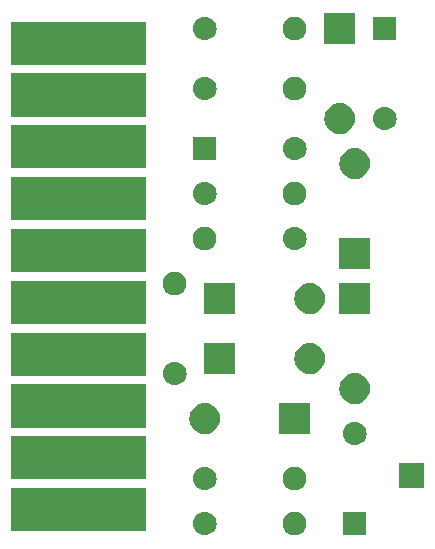
<source format=gbr>
G04 #@! TF.GenerationSoftware,KiCad,Pcbnew,(5.0.1)-3*
G04 #@! TF.CreationDate,2018-11-23T20:39:56-05:00*
G04 #@! TF.ProjectId,OdysseyDaughterCardGateMatrix,4F647973736579446175676874657243,1.0*
G04 #@! TF.SameCoordinates,Original*
G04 #@! TF.FileFunction,Soldermask,Bot*
G04 #@! TF.FilePolarity,Negative*
%FSLAX46Y46*%
G04 Gerber Fmt 4.6, Leading zero omitted, Abs format (unit mm)*
G04 Created by KiCad (PCBNEW (5.0.1)-3) date 11/23/2018 8:39:56 PM*
%MOMM*%
%LPD*%
G01*
G04 APERTURE LIST*
%ADD10C,0.100000*%
G04 APERTURE END LIST*
D10*
G36*
X139896030Y-120934469D02*
X139896033Y-120934470D01*
X139896034Y-120934470D01*
X140084535Y-120991651D01*
X140084537Y-120991652D01*
X140258260Y-121084509D01*
X140410528Y-121209472D01*
X140535491Y-121361740D01*
X140628348Y-121535463D01*
X140685531Y-121723970D01*
X140704838Y-121920000D01*
X140685531Y-122116030D01*
X140628348Y-122304537D01*
X140535491Y-122478260D01*
X140410528Y-122630528D01*
X140258260Y-122755491D01*
X140258258Y-122755492D01*
X140084535Y-122848349D01*
X139896034Y-122905530D01*
X139896033Y-122905530D01*
X139896030Y-122905531D01*
X139749124Y-122920000D01*
X139650876Y-122920000D01*
X139503970Y-122905531D01*
X139503967Y-122905530D01*
X139503966Y-122905530D01*
X139315465Y-122848349D01*
X139141742Y-122755492D01*
X139141740Y-122755491D01*
X138989472Y-122630528D01*
X138864509Y-122478260D01*
X138771652Y-122304537D01*
X138714469Y-122116030D01*
X138695162Y-121920000D01*
X138714469Y-121723970D01*
X138771652Y-121535463D01*
X138864509Y-121361740D01*
X138989472Y-121209472D01*
X139141740Y-121084509D01*
X139315463Y-120991652D01*
X139315465Y-120991651D01*
X139503966Y-120934470D01*
X139503967Y-120934470D01*
X139503970Y-120934469D01*
X139650876Y-120920000D01*
X139749124Y-120920000D01*
X139896030Y-120934469D01*
X139896030Y-120934469D01*
G37*
G36*
X147495770Y-120935372D02*
X147611689Y-120958429D01*
X147793678Y-121033811D01*
X147957463Y-121143249D01*
X148096751Y-121282537D01*
X148206189Y-121446322D01*
X148281571Y-121628311D01*
X148320000Y-121821509D01*
X148320000Y-122018491D01*
X148281571Y-122211689D01*
X148206189Y-122393678D01*
X148096751Y-122557463D01*
X147957463Y-122696751D01*
X147793678Y-122806189D01*
X147611689Y-122881571D01*
X147495770Y-122904628D01*
X147418493Y-122920000D01*
X147221507Y-122920000D01*
X147144230Y-122904628D01*
X147028311Y-122881571D01*
X146846322Y-122806189D01*
X146682537Y-122696751D01*
X146543249Y-122557463D01*
X146433811Y-122393678D01*
X146358429Y-122211689D01*
X146320000Y-122018491D01*
X146320000Y-121821509D01*
X146358429Y-121628311D01*
X146433811Y-121446322D01*
X146543249Y-121282537D01*
X146682537Y-121143249D01*
X146846322Y-121033811D01*
X147028311Y-120958429D01*
X147144230Y-120935372D01*
X147221507Y-120920000D01*
X147418493Y-120920000D01*
X147495770Y-120935372D01*
X147495770Y-120935372D01*
G37*
G36*
X153400000Y-122920000D02*
X151400000Y-122920000D01*
X151400000Y-120920000D01*
X153400000Y-120920000D01*
X153400000Y-122920000D01*
X153400000Y-122920000D01*
G37*
G36*
X134700000Y-122574992D02*
X123300000Y-122574992D01*
X123300000Y-118924992D01*
X134700000Y-118924992D01*
X134700000Y-122574992D01*
X134700000Y-122574992D01*
G37*
G36*
X147495770Y-117125372D02*
X147611689Y-117148429D01*
X147793678Y-117223811D01*
X147957463Y-117333249D01*
X148096751Y-117472537D01*
X148206189Y-117636322D01*
X148281571Y-117818311D01*
X148320000Y-118011509D01*
X148320000Y-118208491D01*
X148281571Y-118401689D01*
X148206189Y-118583678D01*
X148096751Y-118747463D01*
X147957463Y-118886751D01*
X147793678Y-118996189D01*
X147611689Y-119071571D01*
X147495770Y-119094628D01*
X147418493Y-119110000D01*
X147221507Y-119110000D01*
X147144230Y-119094628D01*
X147028311Y-119071571D01*
X146846322Y-118996189D01*
X146682537Y-118886751D01*
X146543249Y-118747463D01*
X146433811Y-118583678D01*
X146358429Y-118401689D01*
X146320000Y-118208491D01*
X146320000Y-118011509D01*
X146358429Y-117818311D01*
X146433811Y-117636322D01*
X146543249Y-117472537D01*
X146682537Y-117333249D01*
X146846322Y-117223811D01*
X147028311Y-117148429D01*
X147144230Y-117125372D01*
X147221507Y-117110000D01*
X147418493Y-117110000D01*
X147495770Y-117125372D01*
X147495770Y-117125372D01*
G37*
G36*
X139896030Y-117124469D02*
X139896033Y-117124470D01*
X139896034Y-117124470D01*
X140084535Y-117181651D01*
X140084537Y-117181652D01*
X140258260Y-117274509D01*
X140410528Y-117399472D01*
X140535491Y-117551740D01*
X140628348Y-117725463D01*
X140685531Y-117913970D01*
X140704838Y-118110000D01*
X140685531Y-118306030D01*
X140628348Y-118494537D01*
X140535491Y-118668260D01*
X140410528Y-118820528D01*
X140258260Y-118945491D01*
X140258258Y-118945492D01*
X140084535Y-119038349D01*
X139896034Y-119095530D01*
X139896033Y-119095530D01*
X139896030Y-119095531D01*
X139749124Y-119110000D01*
X139650876Y-119110000D01*
X139503970Y-119095531D01*
X139503967Y-119095530D01*
X139503966Y-119095530D01*
X139315465Y-119038349D01*
X139141742Y-118945492D01*
X139141740Y-118945491D01*
X138989472Y-118820528D01*
X138864509Y-118668260D01*
X138771652Y-118494537D01*
X138714469Y-118306030D01*
X138695162Y-118110000D01*
X138714469Y-117913970D01*
X138771652Y-117725463D01*
X138864509Y-117551740D01*
X138989472Y-117399472D01*
X139141740Y-117274509D01*
X139315463Y-117181652D01*
X139315465Y-117181651D01*
X139503966Y-117124470D01*
X139503967Y-117124470D01*
X139503970Y-117124469D01*
X139650876Y-117110000D01*
X139749124Y-117110000D01*
X139896030Y-117124469D01*
X139896030Y-117124469D01*
G37*
G36*
X158276000Y-118906000D02*
X156176000Y-118906000D01*
X156176000Y-116806000D01*
X158276000Y-116806000D01*
X158276000Y-118906000D01*
X158276000Y-118906000D01*
G37*
G36*
X134700000Y-118186104D02*
X123300000Y-118186104D01*
X123300000Y-114536104D01*
X134700000Y-114536104D01*
X134700000Y-118186104D01*
X134700000Y-118186104D01*
G37*
G36*
X152596030Y-113314469D02*
X152596033Y-113314470D01*
X152596034Y-113314470D01*
X152784535Y-113371651D01*
X152784537Y-113371652D01*
X152958260Y-113464509D01*
X153110528Y-113589472D01*
X153235491Y-113741740D01*
X153328348Y-113915463D01*
X153385531Y-114103970D01*
X153404838Y-114300000D01*
X153385531Y-114496030D01*
X153328348Y-114684537D01*
X153235491Y-114858260D01*
X153110528Y-115010528D01*
X152958260Y-115135491D01*
X152958258Y-115135492D01*
X152784535Y-115228349D01*
X152596034Y-115285530D01*
X152596033Y-115285530D01*
X152596030Y-115285531D01*
X152449124Y-115300000D01*
X152350876Y-115300000D01*
X152203970Y-115285531D01*
X152203967Y-115285530D01*
X152203966Y-115285530D01*
X152015465Y-115228349D01*
X151841742Y-115135492D01*
X151841740Y-115135491D01*
X151689472Y-115010528D01*
X151564509Y-114858260D01*
X151471652Y-114684537D01*
X151414469Y-114496030D01*
X151395162Y-114300000D01*
X151414469Y-114103970D01*
X151471652Y-113915463D01*
X151564509Y-113741740D01*
X151689472Y-113589472D01*
X151841740Y-113464509D01*
X152015463Y-113371652D01*
X152015465Y-113371651D01*
X152203966Y-113314470D01*
X152203967Y-113314470D01*
X152203970Y-113314469D01*
X152350876Y-113300000D01*
X152449124Y-113300000D01*
X152596030Y-113314469D01*
X152596030Y-113314469D01*
G37*
G36*
X148620000Y-114330000D02*
X146020000Y-114330000D01*
X146020000Y-111730000D01*
X148620000Y-111730000D01*
X148620000Y-114330000D01*
X148620000Y-114330000D01*
G37*
G36*
X139954845Y-111748810D02*
X140199896Y-111823145D01*
X140425736Y-111943860D01*
X140623687Y-112106313D01*
X140786140Y-112304264D01*
X140906855Y-112530104D01*
X140981190Y-112775155D01*
X141006290Y-113030000D01*
X140981190Y-113284845D01*
X140906855Y-113529896D01*
X140786140Y-113755736D01*
X140623687Y-113953687D01*
X140425736Y-114116140D01*
X140199896Y-114236855D01*
X139954845Y-114311190D01*
X139763864Y-114330000D01*
X139636136Y-114330000D01*
X139445155Y-114311190D01*
X139200104Y-114236855D01*
X138974264Y-114116140D01*
X138776313Y-113953687D01*
X138613860Y-113755736D01*
X138493145Y-113529896D01*
X138418810Y-113284845D01*
X138393710Y-113030000D01*
X138418810Y-112775155D01*
X138493145Y-112530104D01*
X138613860Y-112304264D01*
X138776313Y-112106313D01*
X138974264Y-111943860D01*
X139200104Y-111823145D01*
X139445155Y-111748810D01*
X139636136Y-111730000D01*
X139763864Y-111730000D01*
X139954845Y-111748810D01*
X139954845Y-111748810D01*
G37*
G36*
X134700000Y-113797216D02*
X123300000Y-113797216D01*
X123300000Y-110147216D01*
X134700000Y-110147216D01*
X134700000Y-113797216D01*
X134700000Y-113797216D01*
G37*
G36*
X152654845Y-109208810D02*
X152899896Y-109283145D01*
X153125736Y-109403860D01*
X153323687Y-109566313D01*
X153486140Y-109764264D01*
X153606855Y-109990104D01*
X153681190Y-110235155D01*
X153706290Y-110490000D01*
X153681190Y-110744845D01*
X153606855Y-110989896D01*
X153486140Y-111215736D01*
X153323687Y-111413687D01*
X153125736Y-111576140D01*
X152899896Y-111696855D01*
X152654845Y-111771190D01*
X152463864Y-111790000D01*
X152336136Y-111790000D01*
X152145155Y-111771190D01*
X151900104Y-111696855D01*
X151674264Y-111576140D01*
X151476313Y-111413687D01*
X151313860Y-111215736D01*
X151193145Y-110989896D01*
X151118810Y-110744845D01*
X151093710Y-110490000D01*
X151118810Y-110235155D01*
X151193145Y-109990104D01*
X151313860Y-109764264D01*
X151476313Y-109566313D01*
X151674264Y-109403860D01*
X151900104Y-109283145D01*
X152145155Y-109208810D01*
X152336136Y-109190000D01*
X152463864Y-109190000D01*
X152654845Y-109208810D01*
X152654845Y-109208810D01*
G37*
G36*
X137356030Y-108234469D02*
X137356033Y-108234470D01*
X137356034Y-108234470D01*
X137544535Y-108291651D01*
X137544537Y-108291652D01*
X137718260Y-108384509D01*
X137870528Y-108509472D01*
X137995491Y-108661740D01*
X138088348Y-108835463D01*
X138145531Y-109023970D01*
X138164838Y-109220000D01*
X138145531Y-109416030D01*
X138088348Y-109604537D01*
X137995491Y-109778260D01*
X137870528Y-109930528D01*
X137718260Y-110055491D01*
X137718258Y-110055492D01*
X137544535Y-110148349D01*
X137356034Y-110205530D01*
X137356033Y-110205530D01*
X137356030Y-110205531D01*
X137209124Y-110220000D01*
X137110876Y-110220000D01*
X136963970Y-110205531D01*
X136963967Y-110205530D01*
X136963966Y-110205530D01*
X136775465Y-110148349D01*
X136601742Y-110055492D01*
X136601740Y-110055491D01*
X136449472Y-109930528D01*
X136324509Y-109778260D01*
X136231652Y-109604537D01*
X136174469Y-109416030D01*
X136155162Y-109220000D01*
X136174469Y-109023970D01*
X136231652Y-108835463D01*
X136324509Y-108661740D01*
X136449472Y-108509472D01*
X136601740Y-108384509D01*
X136775463Y-108291652D01*
X136775465Y-108291651D01*
X136963966Y-108234470D01*
X136963967Y-108234470D01*
X136963970Y-108234469D01*
X137110876Y-108220000D01*
X137209124Y-108220000D01*
X137356030Y-108234469D01*
X137356030Y-108234469D01*
G37*
G36*
X134700000Y-109408328D02*
X123300000Y-109408328D01*
X123300000Y-105758328D01*
X134700000Y-105758328D01*
X134700000Y-109408328D01*
X134700000Y-109408328D01*
G37*
G36*
X148844845Y-106668810D02*
X149089896Y-106743145D01*
X149315736Y-106863860D01*
X149513687Y-107026313D01*
X149676140Y-107224264D01*
X149796855Y-107450104D01*
X149871190Y-107695155D01*
X149896290Y-107950000D01*
X149871190Y-108204845D01*
X149796855Y-108449896D01*
X149676140Y-108675736D01*
X149513687Y-108873687D01*
X149315736Y-109036140D01*
X149089896Y-109156855D01*
X148844845Y-109231190D01*
X148653864Y-109250000D01*
X148526136Y-109250000D01*
X148335155Y-109231190D01*
X148090104Y-109156855D01*
X147864264Y-109036140D01*
X147666313Y-108873687D01*
X147503860Y-108675736D01*
X147383145Y-108449896D01*
X147308810Y-108204845D01*
X147283710Y-107950000D01*
X147308810Y-107695155D01*
X147383145Y-107450104D01*
X147503860Y-107224264D01*
X147666313Y-107026313D01*
X147864264Y-106863860D01*
X148090104Y-106743145D01*
X148335155Y-106668810D01*
X148526136Y-106650000D01*
X148653864Y-106650000D01*
X148844845Y-106668810D01*
X148844845Y-106668810D01*
G37*
G36*
X142270000Y-109250000D02*
X139670000Y-109250000D01*
X139670000Y-106650000D01*
X142270000Y-106650000D01*
X142270000Y-109250000D01*
X142270000Y-109250000D01*
G37*
G36*
X134700000Y-105019440D02*
X123300000Y-105019440D01*
X123300000Y-101369440D01*
X134700000Y-101369440D01*
X134700000Y-105019440D01*
X134700000Y-105019440D01*
G37*
G36*
X142270000Y-104170000D02*
X139670000Y-104170000D01*
X139670000Y-101570000D01*
X142270000Y-101570000D01*
X142270000Y-104170000D01*
X142270000Y-104170000D01*
G37*
G36*
X153700000Y-104170000D02*
X151100000Y-104170000D01*
X151100000Y-101570000D01*
X153700000Y-101570000D01*
X153700000Y-104170000D01*
X153700000Y-104170000D01*
G37*
G36*
X148844845Y-101588810D02*
X149089896Y-101663145D01*
X149315736Y-101783860D01*
X149513687Y-101946313D01*
X149676140Y-102144264D01*
X149796855Y-102370104D01*
X149871190Y-102615155D01*
X149896290Y-102870000D01*
X149871190Y-103124845D01*
X149796855Y-103369896D01*
X149676140Y-103595736D01*
X149513687Y-103793687D01*
X149315736Y-103956140D01*
X149089896Y-104076855D01*
X148844845Y-104151190D01*
X148653864Y-104170000D01*
X148526136Y-104170000D01*
X148335155Y-104151190D01*
X148090104Y-104076855D01*
X147864264Y-103956140D01*
X147666313Y-103793687D01*
X147503860Y-103595736D01*
X147383145Y-103369896D01*
X147308810Y-103124845D01*
X147283710Y-102870000D01*
X147308810Y-102615155D01*
X147383145Y-102370104D01*
X147503860Y-102144264D01*
X147666313Y-101946313D01*
X147864264Y-101783860D01*
X148090104Y-101663145D01*
X148335155Y-101588810D01*
X148526136Y-101570000D01*
X148653864Y-101570000D01*
X148844845Y-101588810D01*
X148844845Y-101588810D01*
G37*
G36*
X137335770Y-100615372D02*
X137451689Y-100638429D01*
X137633678Y-100713811D01*
X137797463Y-100823249D01*
X137936751Y-100962537D01*
X138046189Y-101126322D01*
X138121571Y-101308311D01*
X138160000Y-101501509D01*
X138160000Y-101698491D01*
X138121571Y-101891689D01*
X138046189Y-102073678D01*
X137936751Y-102237463D01*
X137797463Y-102376751D01*
X137633678Y-102486189D01*
X137451689Y-102561571D01*
X137335770Y-102584628D01*
X137258493Y-102600000D01*
X137061507Y-102600000D01*
X136984230Y-102584628D01*
X136868311Y-102561571D01*
X136686322Y-102486189D01*
X136522537Y-102376751D01*
X136383249Y-102237463D01*
X136273811Y-102073678D01*
X136198429Y-101891689D01*
X136160000Y-101698491D01*
X136160000Y-101501509D01*
X136198429Y-101308311D01*
X136273811Y-101126322D01*
X136383249Y-100962537D01*
X136522537Y-100823249D01*
X136686322Y-100713811D01*
X136868311Y-100638429D01*
X136984230Y-100615372D01*
X137061507Y-100600000D01*
X137258493Y-100600000D01*
X137335770Y-100615372D01*
X137335770Y-100615372D01*
G37*
G36*
X134700000Y-100630552D02*
X123300000Y-100630552D01*
X123300000Y-96980552D01*
X134700000Y-96980552D01*
X134700000Y-100630552D01*
X134700000Y-100630552D01*
G37*
G36*
X153700000Y-100360000D02*
X151100000Y-100360000D01*
X151100000Y-97760000D01*
X153700000Y-97760000D01*
X153700000Y-100360000D01*
X153700000Y-100360000D01*
G37*
G36*
X139875770Y-96805372D02*
X139991689Y-96828429D01*
X140173678Y-96903811D01*
X140337463Y-97013249D01*
X140476751Y-97152537D01*
X140586189Y-97316322D01*
X140661571Y-97498311D01*
X140700000Y-97691509D01*
X140700000Y-97888491D01*
X140661571Y-98081689D01*
X140586189Y-98263678D01*
X140476751Y-98427463D01*
X140337463Y-98566751D01*
X140173678Y-98676189D01*
X139991689Y-98751571D01*
X139875770Y-98774628D01*
X139798493Y-98790000D01*
X139601507Y-98790000D01*
X139524230Y-98774628D01*
X139408311Y-98751571D01*
X139226322Y-98676189D01*
X139062537Y-98566751D01*
X138923249Y-98427463D01*
X138813811Y-98263678D01*
X138738429Y-98081689D01*
X138700000Y-97888491D01*
X138700000Y-97691509D01*
X138738429Y-97498311D01*
X138813811Y-97316322D01*
X138923249Y-97152537D01*
X139062537Y-97013249D01*
X139226322Y-96903811D01*
X139408311Y-96828429D01*
X139524230Y-96805372D01*
X139601507Y-96790000D01*
X139798493Y-96790000D01*
X139875770Y-96805372D01*
X139875770Y-96805372D01*
G37*
G36*
X147516030Y-96804469D02*
X147516033Y-96804470D01*
X147516034Y-96804470D01*
X147704535Y-96861651D01*
X147704537Y-96861652D01*
X147878260Y-96954509D01*
X148030528Y-97079472D01*
X148155491Y-97231740D01*
X148248348Y-97405463D01*
X148305531Y-97593970D01*
X148324838Y-97790000D01*
X148305531Y-97986030D01*
X148248348Y-98174537D01*
X148155491Y-98348260D01*
X148030528Y-98500528D01*
X147878260Y-98625491D01*
X147878258Y-98625492D01*
X147704535Y-98718349D01*
X147516034Y-98775530D01*
X147516033Y-98775530D01*
X147516030Y-98775531D01*
X147369124Y-98790000D01*
X147270876Y-98790000D01*
X147123970Y-98775531D01*
X147123967Y-98775530D01*
X147123966Y-98775530D01*
X146935465Y-98718349D01*
X146761742Y-98625492D01*
X146761740Y-98625491D01*
X146609472Y-98500528D01*
X146484509Y-98348260D01*
X146391652Y-98174537D01*
X146334469Y-97986030D01*
X146315162Y-97790000D01*
X146334469Y-97593970D01*
X146391652Y-97405463D01*
X146484509Y-97231740D01*
X146609472Y-97079472D01*
X146761740Y-96954509D01*
X146935463Y-96861652D01*
X146935465Y-96861651D01*
X147123966Y-96804470D01*
X147123967Y-96804470D01*
X147123970Y-96804469D01*
X147270876Y-96790000D01*
X147369124Y-96790000D01*
X147516030Y-96804469D01*
X147516030Y-96804469D01*
G37*
G36*
X134700000Y-96241664D02*
X123300000Y-96241664D01*
X123300000Y-92591664D01*
X134700000Y-92591664D01*
X134700000Y-96241664D01*
X134700000Y-96241664D01*
G37*
G36*
X139896030Y-92994469D02*
X139896033Y-92994470D01*
X139896034Y-92994470D01*
X140084535Y-93051651D01*
X140084537Y-93051652D01*
X140258260Y-93144509D01*
X140410528Y-93269472D01*
X140535491Y-93421740D01*
X140628348Y-93595463D01*
X140685531Y-93783970D01*
X140704838Y-93980000D01*
X140685531Y-94176030D01*
X140628348Y-94364537D01*
X140535491Y-94538260D01*
X140410528Y-94690528D01*
X140258260Y-94815491D01*
X140258258Y-94815492D01*
X140084535Y-94908349D01*
X139896034Y-94965530D01*
X139896033Y-94965530D01*
X139896030Y-94965531D01*
X139749124Y-94980000D01*
X139650876Y-94980000D01*
X139503970Y-94965531D01*
X139503967Y-94965530D01*
X139503966Y-94965530D01*
X139315465Y-94908349D01*
X139141742Y-94815492D01*
X139141740Y-94815491D01*
X138989472Y-94690528D01*
X138864509Y-94538260D01*
X138771652Y-94364537D01*
X138714469Y-94176030D01*
X138695162Y-93980000D01*
X138714469Y-93783970D01*
X138771652Y-93595463D01*
X138864509Y-93421740D01*
X138989472Y-93269472D01*
X139141740Y-93144509D01*
X139315463Y-93051652D01*
X139315465Y-93051651D01*
X139503966Y-92994470D01*
X139503967Y-92994470D01*
X139503970Y-92994469D01*
X139650876Y-92980000D01*
X139749124Y-92980000D01*
X139896030Y-92994469D01*
X139896030Y-92994469D01*
G37*
G36*
X147495770Y-92995372D02*
X147611689Y-93018429D01*
X147793678Y-93093811D01*
X147957463Y-93203249D01*
X148096751Y-93342537D01*
X148206189Y-93506322D01*
X148281571Y-93688311D01*
X148320000Y-93881509D01*
X148320000Y-94078491D01*
X148281571Y-94271689D01*
X148206189Y-94453678D01*
X148096751Y-94617463D01*
X147957463Y-94756751D01*
X147793678Y-94866189D01*
X147611689Y-94941571D01*
X147495770Y-94964628D01*
X147418493Y-94980000D01*
X147221507Y-94980000D01*
X147144230Y-94964628D01*
X147028311Y-94941571D01*
X146846322Y-94866189D01*
X146682537Y-94756751D01*
X146543249Y-94617463D01*
X146433811Y-94453678D01*
X146358429Y-94271689D01*
X146320000Y-94078491D01*
X146320000Y-93881509D01*
X146358429Y-93688311D01*
X146433811Y-93506322D01*
X146543249Y-93342537D01*
X146682537Y-93203249D01*
X146846322Y-93093811D01*
X147028311Y-93018429D01*
X147144230Y-92995372D01*
X147221507Y-92980000D01*
X147418493Y-92980000D01*
X147495770Y-92995372D01*
X147495770Y-92995372D01*
G37*
G36*
X152654845Y-90158810D02*
X152899896Y-90233145D01*
X153125736Y-90353860D01*
X153323687Y-90516313D01*
X153486140Y-90714264D01*
X153606855Y-90940104D01*
X153681190Y-91185155D01*
X153706290Y-91440000D01*
X153681190Y-91694845D01*
X153606855Y-91939896D01*
X153486140Y-92165736D01*
X153323687Y-92363687D01*
X153125736Y-92526140D01*
X152899896Y-92646855D01*
X152654845Y-92721190D01*
X152463864Y-92740000D01*
X152336136Y-92740000D01*
X152145155Y-92721190D01*
X151900104Y-92646855D01*
X151674264Y-92526140D01*
X151476313Y-92363687D01*
X151313860Y-92165736D01*
X151193145Y-91939896D01*
X151118810Y-91694845D01*
X151093710Y-91440000D01*
X151118810Y-91185155D01*
X151193145Y-90940104D01*
X151313860Y-90714264D01*
X151476313Y-90516313D01*
X151674264Y-90353860D01*
X151900104Y-90233145D01*
X152145155Y-90158810D01*
X152336136Y-90140000D01*
X152463864Y-90140000D01*
X152654845Y-90158810D01*
X152654845Y-90158810D01*
G37*
G36*
X134700000Y-91852776D02*
X123300000Y-91852776D01*
X123300000Y-88202776D01*
X134700000Y-88202776D01*
X134700000Y-91852776D01*
X134700000Y-91852776D01*
G37*
G36*
X140700000Y-91170000D02*
X138700000Y-91170000D01*
X138700000Y-89170000D01*
X140700000Y-89170000D01*
X140700000Y-91170000D01*
X140700000Y-91170000D01*
G37*
G36*
X147516030Y-89184469D02*
X147516033Y-89184470D01*
X147516034Y-89184470D01*
X147704535Y-89241651D01*
X147704537Y-89241652D01*
X147878260Y-89334509D01*
X148030528Y-89459472D01*
X148155491Y-89611740D01*
X148248348Y-89785463D01*
X148305531Y-89973970D01*
X148324838Y-90170000D01*
X148305531Y-90366030D01*
X148248348Y-90554537D01*
X148155491Y-90728260D01*
X148030528Y-90880528D01*
X147878260Y-91005491D01*
X147878258Y-91005492D01*
X147704535Y-91098349D01*
X147516034Y-91155530D01*
X147516033Y-91155530D01*
X147516030Y-91155531D01*
X147369124Y-91170000D01*
X147270876Y-91170000D01*
X147123970Y-91155531D01*
X147123967Y-91155530D01*
X147123966Y-91155530D01*
X146935465Y-91098349D01*
X146761742Y-91005492D01*
X146761740Y-91005491D01*
X146609472Y-90880528D01*
X146484509Y-90728260D01*
X146391652Y-90554537D01*
X146334469Y-90366030D01*
X146315162Y-90170000D01*
X146334469Y-89973970D01*
X146391652Y-89785463D01*
X146484509Y-89611740D01*
X146609472Y-89459472D01*
X146761740Y-89334509D01*
X146935463Y-89241652D01*
X146935465Y-89241651D01*
X147123966Y-89184470D01*
X147123967Y-89184470D01*
X147123970Y-89184469D01*
X147270876Y-89170000D01*
X147369124Y-89170000D01*
X147516030Y-89184469D01*
X147516030Y-89184469D01*
G37*
G36*
X151384845Y-86348810D02*
X151629896Y-86423145D01*
X151855736Y-86543860D01*
X152053687Y-86706313D01*
X152216140Y-86904264D01*
X152336855Y-87130104D01*
X152411190Y-87375155D01*
X152436290Y-87630000D01*
X152411190Y-87884845D01*
X152336855Y-88129896D01*
X152216140Y-88355736D01*
X152053687Y-88553687D01*
X151855736Y-88716140D01*
X151629896Y-88836855D01*
X151384845Y-88911190D01*
X151193864Y-88930000D01*
X151066136Y-88930000D01*
X150875155Y-88911190D01*
X150630104Y-88836855D01*
X150404264Y-88716140D01*
X150206313Y-88553687D01*
X150043860Y-88355736D01*
X149923145Y-88129896D01*
X149848810Y-87884845D01*
X149823710Y-87630000D01*
X149848810Y-87375155D01*
X149923145Y-87130104D01*
X150043860Y-86904264D01*
X150206313Y-86706313D01*
X150404264Y-86543860D01*
X150630104Y-86423145D01*
X150875155Y-86348810D01*
X151066136Y-86330000D01*
X151193864Y-86330000D01*
X151384845Y-86348810D01*
X151384845Y-86348810D01*
G37*
G36*
X155136030Y-86644469D02*
X155136033Y-86644470D01*
X155136034Y-86644470D01*
X155324535Y-86701651D01*
X155324537Y-86701652D01*
X155498260Y-86794509D01*
X155650528Y-86919472D01*
X155775491Y-87071740D01*
X155868348Y-87245463D01*
X155925531Y-87433970D01*
X155944838Y-87630000D01*
X155925531Y-87826030D01*
X155868348Y-88014537D01*
X155775491Y-88188260D01*
X155650528Y-88340528D01*
X155498260Y-88465491D01*
X155498258Y-88465492D01*
X155324535Y-88558349D01*
X155136034Y-88615530D01*
X155136033Y-88615530D01*
X155136030Y-88615531D01*
X154989124Y-88630000D01*
X154890876Y-88630000D01*
X154743970Y-88615531D01*
X154743967Y-88615530D01*
X154743966Y-88615530D01*
X154555465Y-88558349D01*
X154381742Y-88465492D01*
X154381740Y-88465491D01*
X154229472Y-88340528D01*
X154104509Y-88188260D01*
X154011652Y-88014537D01*
X153954469Y-87826030D01*
X153935162Y-87630000D01*
X153954469Y-87433970D01*
X154011652Y-87245463D01*
X154104509Y-87071740D01*
X154229472Y-86919472D01*
X154381740Y-86794509D01*
X154555463Y-86701652D01*
X154555465Y-86701651D01*
X154743966Y-86644470D01*
X154743967Y-86644470D01*
X154743970Y-86644469D01*
X154890876Y-86630000D01*
X154989124Y-86630000D01*
X155136030Y-86644469D01*
X155136030Y-86644469D01*
G37*
G36*
X134700000Y-87463888D02*
X123300000Y-87463888D01*
X123300000Y-83813888D01*
X134700000Y-83813888D01*
X134700000Y-87463888D01*
X134700000Y-87463888D01*
G37*
G36*
X139896030Y-84104469D02*
X139896033Y-84104470D01*
X139896034Y-84104470D01*
X140084535Y-84161651D01*
X140084537Y-84161652D01*
X140258260Y-84254509D01*
X140410528Y-84379472D01*
X140535491Y-84531740D01*
X140628348Y-84705463D01*
X140685531Y-84893970D01*
X140704838Y-85090000D01*
X140685531Y-85286030D01*
X140628348Y-85474537D01*
X140535491Y-85648260D01*
X140410528Y-85800528D01*
X140258260Y-85925491D01*
X140258258Y-85925492D01*
X140084535Y-86018349D01*
X139896034Y-86075530D01*
X139896033Y-86075530D01*
X139896030Y-86075531D01*
X139749124Y-86090000D01*
X139650876Y-86090000D01*
X139503970Y-86075531D01*
X139503967Y-86075530D01*
X139503966Y-86075530D01*
X139315465Y-86018349D01*
X139141742Y-85925492D01*
X139141740Y-85925491D01*
X138989472Y-85800528D01*
X138864509Y-85648260D01*
X138771652Y-85474537D01*
X138714469Y-85286030D01*
X138695162Y-85090000D01*
X138714469Y-84893970D01*
X138771652Y-84705463D01*
X138864509Y-84531740D01*
X138989472Y-84379472D01*
X139141740Y-84254509D01*
X139315463Y-84161652D01*
X139315465Y-84161651D01*
X139503966Y-84104470D01*
X139503967Y-84104470D01*
X139503970Y-84104469D01*
X139650876Y-84090000D01*
X139749124Y-84090000D01*
X139896030Y-84104469D01*
X139896030Y-84104469D01*
G37*
G36*
X147495770Y-84105372D02*
X147611689Y-84128429D01*
X147793678Y-84203811D01*
X147957463Y-84313249D01*
X148096751Y-84452537D01*
X148206189Y-84616322D01*
X148281571Y-84798311D01*
X148320000Y-84991509D01*
X148320000Y-85188491D01*
X148281571Y-85381689D01*
X148206189Y-85563678D01*
X148096751Y-85727463D01*
X147957463Y-85866751D01*
X147793678Y-85976189D01*
X147611689Y-86051571D01*
X147495770Y-86074628D01*
X147418493Y-86090000D01*
X147221507Y-86090000D01*
X147144230Y-86074628D01*
X147028311Y-86051571D01*
X146846322Y-85976189D01*
X146682537Y-85866751D01*
X146543249Y-85727463D01*
X146433811Y-85563678D01*
X146358429Y-85381689D01*
X146320000Y-85188491D01*
X146320000Y-84991509D01*
X146358429Y-84798311D01*
X146433811Y-84616322D01*
X146543249Y-84452537D01*
X146682537Y-84313249D01*
X146846322Y-84203811D01*
X147028311Y-84128429D01*
X147144230Y-84105372D01*
X147221507Y-84090000D01*
X147418493Y-84090000D01*
X147495770Y-84105372D01*
X147495770Y-84105372D01*
G37*
G36*
X134700000Y-83075000D02*
X123300000Y-83075000D01*
X123300000Y-79425000D01*
X134700000Y-79425000D01*
X134700000Y-83075000D01*
X134700000Y-83075000D01*
G37*
G36*
X152430000Y-81310000D02*
X149830000Y-81310000D01*
X149830000Y-78710000D01*
X152430000Y-78710000D01*
X152430000Y-81310000D01*
X152430000Y-81310000D01*
G37*
G36*
X147495770Y-79025372D02*
X147611689Y-79048429D01*
X147793678Y-79123811D01*
X147957463Y-79233249D01*
X148096751Y-79372537D01*
X148206189Y-79536322D01*
X148281571Y-79718311D01*
X148320000Y-79911509D01*
X148320000Y-80108491D01*
X148281571Y-80301689D01*
X148206189Y-80483678D01*
X148096751Y-80647463D01*
X147957463Y-80786751D01*
X147793678Y-80896189D01*
X147611689Y-80971571D01*
X147495770Y-80994628D01*
X147418493Y-81010000D01*
X147221507Y-81010000D01*
X147144230Y-80994628D01*
X147028311Y-80971571D01*
X146846322Y-80896189D01*
X146682537Y-80786751D01*
X146543249Y-80647463D01*
X146433811Y-80483678D01*
X146358429Y-80301689D01*
X146320000Y-80108491D01*
X146320000Y-79911509D01*
X146358429Y-79718311D01*
X146433811Y-79536322D01*
X146543249Y-79372537D01*
X146682537Y-79233249D01*
X146846322Y-79123811D01*
X147028311Y-79048429D01*
X147144230Y-79025372D01*
X147221507Y-79010000D01*
X147418493Y-79010000D01*
X147495770Y-79025372D01*
X147495770Y-79025372D01*
G37*
G36*
X139896030Y-79024469D02*
X139896033Y-79024470D01*
X139896034Y-79024470D01*
X140084535Y-79081651D01*
X140084537Y-79081652D01*
X140258260Y-79174509D01*
X140410528Y-79299472D01*
X140535491Y-79451740D01*
X140628348Y-79625463D01*
X140685531Y-79813970D01*
X140704838Y-80010000D01*
X140685531Y-80206030D01*
X140628348Y-80394537D01*
X140535491Y-80568260D01*
X140410528Y-80720528D01*
X140258260Y-80845491D01*
X140258258Y-80845492D01*
X140084535Y-80938349D01*
X139896034Y-80995530D01*
X139896033Y-80995530D01*
X139896030Y-80995531D01*
X139749124Y-81010000D01*
X139650876Y-81010000D01*
X139503970Y-80995531D01*
X139503967Y-80995530D01*
X139503966Y-80995530D01*
X139315465Y-80938349D01*
X139141742Y-80845492D01*
X139141740Y-80845491D01*
X138989472Y-80720528D01*
X138864509Y-80568260D01*
X138771652Y-80394537D01*
X138714469Y-80206030D01*
X138695162Y-80010000D01*
X138714469Y-79813970D01*
X138771652Y-79625463D01*
X138864509Y-79451740D01*
X138989472Y-79299472D01*
X139141740Y-79174509D01*
X139315463Y-79081652D01*
X139315465Y-79081651D01*
X139503966Y-79024470D01*
X139503967Y-79024470D01*
X139503970Y-79024469D01*
X139650876Y-79010000D01*
X139749124Y-79010000D01*
X139896030Y-79024469D01*
X139896030Y-79024469D01*
G37*
G36*
X155940000Y-81010000D02*
X153940000Y-81010000D01*
X153940000Y-79010000D01*
X155940000Y-79010000D01*
X155940000Y-81010000D01*
X155940000Y-81010000D01*
G37*
M02*

</source>
